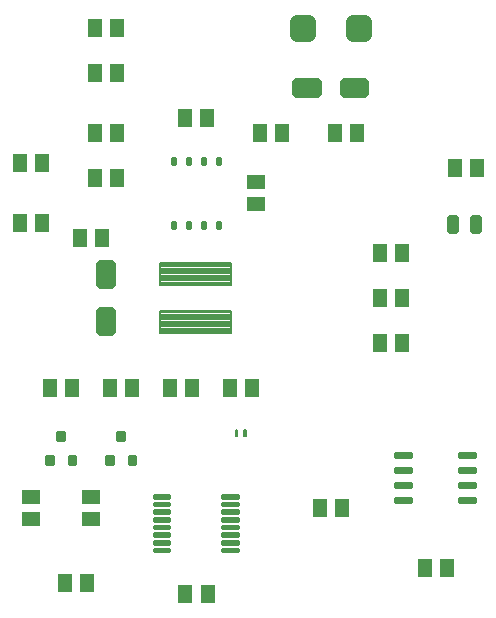
<source format=gtp>
G04 EAGLE Gerber RS-274X export*
G75*
%MOMM*%
%FSLAX34Y34*%
%LPD*%
%INSolderpaste Top*%
%IPPOS*%
%AMOC8*
5,1,8,0,0,1.08239X$1,22.5*%
G01*
%ADD10R,1.500000X1.300000*%
%ADD11R,1.300000X1.500000*%
%ADD12C,1.079500*%
%ADD13C,0.850000*%
%ADD14C,0.500000*%
%ADD15C,0.150000*%
%ADD16C,0.210000*%
%ADD17C,0.400000*%
%ADD18C,0.225000*%
%ADD19C,0.255000*%
%ADD20C,0.304800*%


D10*
X381000Y219100D03*
X381000Y238100D03*
X520700Y504800D03*
X520700Y485800D03*
D11*
X663600Y177800D03*
X682600Y177800D03*
D10*
X330200Y219100D03*
X330200Y238100D03*
D11*
X358800Y165100D03*
X377800Y165100D03*
X479900Y155500D03*
X460900Y155500D03*
X574700Y228600D03*
X593700Y228600D03*
X542900Y546100D03*
X523900Y546100D03*
X479400Y558800D03*
X460400Y558800D03*
X403200Y508000D03*
X384200Y508000D03*
X384200Y635000D03*
X403200Y635000D03*
D12*
X555053Y629094D02*
X565849Y629094D01*
X555053Y629094D02*
X555053Y640906D01*
X565849Y640906D01*
X565849Y629094D01*
X565849Y639349D02*
X555053Y639349D01*
X602551Y629094D02*
X613347Y629094D01*
X602551Y629094D02*
X602551Y640906D01*
X613347Y640906D01*
X613347Y629094D01*
X613347Y639349D02*
X602551Y639349D01*
D13*
X595950Y588450D02*
X612450Y588450D01*
X612450Y579950D01*
X595950Y579950D01*
X595950Y588450D01*
X595950Y588025D02*
X612450Y588025D01*
X572450Y588450D02*
X555950Y588450D01*
X572450Y588450D02*
X572450Y579950D01*
X555950Y579950D01*
X555950Y588450D01*
X555950Y588025D02*
X572450Y588025D01*
X397950Y394650D02*
X397950Y378150D01*
X389450Y378150D01*
X389450Y394650D01*
X397950Y394650D01*
X397950Y386225D02*
X389450Y386225D01*
X389450Y394300D02*
X397950Y394300D01*
X397950Y418150D02*
X397950Y434650D01*
X397950Y418150D02*
X389450Y418150D01*
X389450Y434650D01*
X397950Y434650D01*
X397950Y426225D02*
X389450Y426225D01*
X389450Y434300D02*
X397950Y434300D01*
D14*
X704900Y463200D02*
X709900Y463200D01*
X704900Y463200D02*
X704900Y474200D01*
X709900Y474200D01*
X709900Y463200D01*
X709900Y467950D02*
X704900Y467950D01*
X704900Y472700D02*
X709900Y472700D01*
X689900Y463200D02*
X684900Y463200D01*
X684900Y474200D01*
X689900Y474200D01*
X689900Y463200D01*
X689900Y467950D02*
X684900Y467950D01*
X684900Y472700D02*
X689900Y472700D01*
D15*
X505250Y294350D02*
X505250Y289850D01*
X503750Y289850D01*
X503750Y294350D01*
X505250Y294350D01*
X505250Y291275D02*
X503750Y291275D01*
X503750Y292700D02*
X505250Y292700D01*
X505250Y294125D02*
X503750Y294125D01*
X512250Y294350D02*
X512250Y289850D01*
X510750Y289850D01*
X510750Y294350D01*
X512250Y294350D01*
X512250Y291275D02*
X510750Y291275D01*
X510750Y292700D02*
X512250Y292700D01*
X512250Y294125D02*
X510750Y294125D01*
D16*
X499850Y395350D02*
X439950Y395350D01*
X499850Y395350D02*
X499850Y376450D01*
X439950Y376450D01*
X439950Y395350D01*
X439950Y378445D02*
X499850Y378445D01*
X499850Y380440D02*
X439950Y380440D01*
X439950Y382435D02*
X499850Y382435D01*
X499850Y384430D02*
X439950Y384430D01*
X439950Y386425D02*
X499850Y386425D01*
X499850Y388420D02*
X439950Y388420D01*
X439950Y390415D02*
X499850Y390415D01*
X499850Y392410D02*
X439950Y392410D01*
X439950Y394405D02*
X499850Y394405D01*
X499850Y436350D02*
X439950Y436350D01*
X499850Y436350D02*
X499850Y417450D01*
X439950Y417450D01*
X439950Y436350D01*
X439950Y419445D02*
X499850Y419445D01*
X499850Y421440D02*
X439950Y421440D01*
X439950Y423435D02*
X499850Y423435D01*
X499850Y425430D02*
X439950Y425430D01*
X439950Y427425D02*
X499850Y427425D01*
X499850Y429420D02*
X439950Y429420D01*
X439950Y431415D02*
X499850Y431415D01*
X499850Y433410D02*
X439950Y433410D01*
X439950Y435405D02*
X499850Y435405D01*
D11*
X390500Y457200D03*
X371500Y457200D03*
X625500Y444500D03*
X644500Y444500D03*
X625500Y406400D03*
X644500Y406400D03*
X689000Y516900D03*
X708000Y516900D03*
X644500Y368300D03*
X625500Y368300D03*
X606400Y546100D03*
X587400Y546100D03*
X339700Y469900D03*
X320700Y469900D03*
X339700Y520700D03*
X320700Y520700D03*
X403200Y546100D03*
X384200Y546100D03*
X403200Y596900D03*
X384200Y596900D03*
X498500Y330200D03*
X517500Y330200D03*
X447700Y330200D03*
X466700Y330200D03*
X415900Y330200D03*
X396900Y330200D03*
X365100Y330200D03*
X346100Y330200D03*
D17*
X353600Y286900D02*
X357600Y286900D01*
X353600Y286900D02*
X353600Y291900D01*
X357600Y291900D01*
X357600Y286900D01*
X357600Y290700D02*
X353600Y290700D01*
X348100Y266900D02*
X344100Y266900D01*
X344100Y271900D01*
X348100Y271900D01*
X348100Y266900D01*
X348100Y270700D02*
X344100Y270700D01*
X363100Y271900D02*
X367100Y271900D01*
X367100Y266900D01*
X363100Y266900D01*
X363100Y271900D01*
X363100Y270700D02*
X367100Y270700D01*
X404400Y286900D02*
X408400Y286900D01*
X404400Y286900D02*
X404400Y291900D01*
X408400Y291900D01*
X408400Y286900D01*
X408400Y290700D02*
X404400Y290700D01*
X398900Y266900D02*
X394900Y266900D01*
X394900Y271900D01*
X398900Y271900D01*
X398900Y266900D01*
X398900Y270700D02*
X394900Y270700D01*
X413900Y271900D02*
X417900Y271900D01*
X417900Y266900D01*
X413900Y266900D01*
X413900Y271900D01*
X413900Y270700D02*
X417900Y270700D01*
D18*
X434525Y237525D02*
X447275Y237525D01*
X434525Y237525D02*
X434525Y239775D01*
X447275Y239775D01*
X447275Y237525D01*
X447275Y239662D02*
X434525Y239662D01*
X434525Y231025D02*
X447275Y231025D01*
X434525Y231025D02*
X434525Y233275D01*
X447275Y233275D01*
X447275Y231025D01*
X447275Y233162D02*
X434525Y233162D01*
X434525Y224525D02*
X447275Y224525D01*
X434525Y224525D02*
X434525Y226775D01*
X447275Y226775D01*
X447275Y224525D01*
X447275Y226662D02*
X434525Y226662D01*
X434525Y218025D02*
X447275Y218025D01*
X434525Y218025D02*
X434525Y220275D01*
X447275Y220275D01*
X447275Y218025D01*
X447275Y220162D02*
X434525Y220162D01*
X434525Y211525D02*
X447275Y211525D01*
X434525Y211525D02*
X434525Y213775D01*
X447275Y213775D01*
X447275Y211525D01*
X447275Y213662D02*
X434525Y213662D01*
X434525Y205025D02*
X447275Y205025D01*
X434525Y205025D02*
X434525Y207275D01*
X447275Y207275D01*
X447275Y205025D01*
X447275Y207162D02*
X434525Y207162D01*
X434525Y198525D02*
X447275Y198525D01*
X434525Y198525D02*
X434525Y200775D01*
X447275Y200775D01*
X447275Y198525D01*
X447275Y200662D02*
X434525Y200662D01*
X434525Y192025D02*
X447275Y192025D01*
X434525Y192025D02*
X434525Y194275D01*
X447275Y194275D01*
X447275Y192025D01*
X447275Y194162D02*
X434525Y194162D01*
X492525Y194275D02*
X505275Y194275D01*
X505275Y192025D01*
X492525Y192025D01*
X492525Y194275D01*
X492525Y194162D02*
X505275Y194162D01*
X505275Y200775D02*
X492525Y200775D01*
X505275Y200775D02*
X505275Y198525D01*
X492525Y198525D01*
X492525Y200775D01*
X492525Y200662D02*
X505275Y200662D01*
X505275Y207275D02*
X492525Y207275D01*
X505275Y207275D02*
X505275Y205025D01*
X492525Y205025D01*
X492525Y207275D01*
X492525Y207162D02*
X505275Y207162D01*
X505275Y213775D02*
X492525Y213775D01*
X505275Y213775D02*
X505275Y211525D01*
X492525Y211525D01*
X492525Y213775D01*
X492525Y213662D02*
X505275Y213662D01*
X505275Y220275D02*
X492525Y220275D01*
X505275Y220275D02*
X505275Y218025D01*
X492525Y218025D01*
X492525Y220275D01*
X492525Y220162D02*
X505275Y220162D01*
X505275Y226775D02*
X492525Y226775D01*
X505275Y226775D02*
X505275Y224525D01*
X492525Y224525D01*
X492525Y226775D01*
X492525Y226662D02*
X505275Y226662D01*
X505275Y233275D02*
X492525Y233275D01*
X505275Y233275D02*
X505275Y231025D01*
X492525Y231025D01*
X492525Y233275D01*
X492525Y233162D02*
X505275Y233162D01*
X505275Y239775D02*
X492525Y239775D01*
X505275Y239775D02*
X505275Y237525D01*
X492525Y237525D01*
X492525Y239775D01*
X492525Y239662D02*
X505275Y239662D01*
D19*
X487675Y519575D02*
X487675Y525025D01*
X490225Y525025D01*
X490225Y519575D01*
X487675Y519575D01*
X487675Y521997D02*
X490225Y521997D01*
X490225Y524419D02*
X487675Y524419D01*
X474975Y525025D02*
X474975Y519575D01*
X474975Y525025D02*
X477525Y525025D01*
X477525Y519575D01*
X474975Y519575D01*
X474975Y521997D02*
X477525Y521997D01*
X477525Y524419D02*
X474975Y524419D01*
X462275Y525025D02*
X462275Y519575D01*
X462275Y525025D02*
X464825Y525025D01*
X464825Y519575D01*
X462275Y519575D01*
X462275Y521997D02*
X464825Y521997D01*
X464825Y524419D02*
X462275Y524419D01*
X449575Y525025D02*
X449575Y519575D01*
X449575Y525025D02*
X452125Y525025D01*
X452125Y519575D01*
X449575Y519575D01*
X449575Y521997D02*
X452125Y521997D01*
X452125Y524419D02*
X449575Y524419D01*
X452125Y471025D02*
X452125Y465575D01*
X449575Y465575D01*
X449575Y471025D01*
X452125Y471025D01*
X452125Y467997D02*
X449575Y467997D01*
X449575Y470419D02*
X452125Y470419D01*
X464825Y471025D02*
X464825Y465575D01*
X462275Y465575D01*
X462275Y471025D01*
X464825Y471025D01*
X464825Y467997D02*
X462275Y467997D01*
X462275Y470419D02*
X464825Y470419D01*
X477525Y471025D02*
X477525Y465575D01*
X474975Y465575D01*
X474975Y471025D01*
X477525Y471025D01*
X477525Y467997D02*
X474975Y467997D01*
X474975Y470419D02*
X477525Y470419D01*
X490225Y471025D02*
X490225Y465575D01*
X487675Y465575D01*
X487675Y471025D01*
X490225Y471025D01*
X490225Y467997D02*
X487675Y467997D01*
X487675Y470419D02*
X490225Y470419D01*
D20*
X639826Y271526D02*
X652272Y271526D01*
X639826Y271526D02*
X639826Y274574D01*
X652272Y274574D01*
X652272Y271526D01*
X652272Y274422D02*
X639826Y274422D01*
X639826Y258826D02*
X652272Y258826D01*
X639826Y258826D02*
X639826Y261874D01*
X652272Y261874D01*
X652272Y258826D01*
X652272Y261722D02*
X639826Y261722D01*
X639826Y246126D02*
X652272Y246126D01*
X639826Y246126D02*
X639826Y249174D01*
X652272Y249174D01*
X652272Y246126D01*
X652272Y249022D02*
X639826Y249022D01*
X639826Y233426D02*
X652272Y233426D01*
X639826Y233426D02*
X639826Y236474D01*
X652272Y236474D01*
X652272Y233426D01*
X652272Y236322D02*
X639826Y236322D01*
X693928Y271526D02*
X706374Y271526D01*
X693928Y271526D02*
X693928Y274574D01*
X706374Y274574D01*
X706374Y271526D01*
X706374Y274422D02*
X693928Y274422D01*
X693928Y258826D02*
X706374Y258826D01*
X693928Y258826D02*
X693928Y261874D01*
X706374Y261874D01*
X706374Y258826D01*
X706374Y261722D02*
X693928Y261722D01*
X693928Y246126D02*
X706374Y246126D01*
X693928Y246126D02*
X693928Y249174D01*
X706374Y249174D01*
X706374Y246126D01*
X706374Y249022D02*
X693928Y249022D01*
X693928Y233426D02*
X706374Y233426D01*
X693928Y233426D02*
X693928Y236474D01*
X706374Y236474D01*
X706374Y233426D01*
X706374Y236322D02*
X693928Y236322D01*
M02*

</source>
